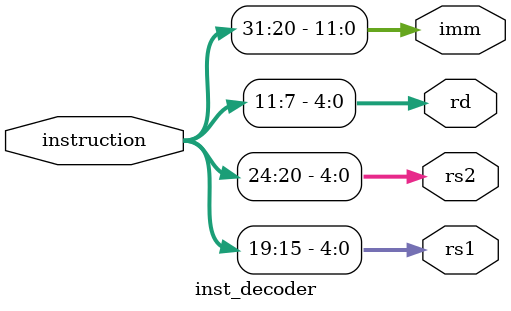
<source format=v>
module inst_decoder (instruction, rs1, rs2, rd, imm);
input[31:0] instruction;

output wire[4:0] rs1, rs2, rd;
output wire[11:0] imm;

assign rd = instruction[11:7];
assign rs1 = instruction[19:15];
assign rs2 = instruction[24:20];
assign imm = instruction[31:20];

endmodule

</source>
